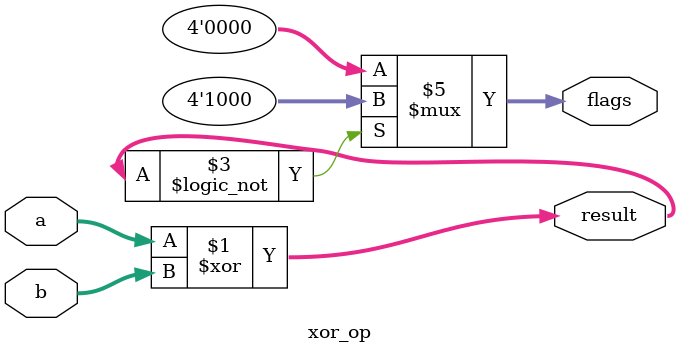
<source format=sv>
module xor_op #(parameter N=32)
(
  input logic [N-1:0] a,
  input logic [N-1:0] b,
  output logic [N-1:0] result,
  output logic [3:0] flags
);

  assign result = a ^ b;
  
  //definimos el orden de los flags como (Z)(N)(C)(V)
  
  always @(result)
    begin
      if(result == 32'd0)
	     flags=4'b1000;
	   else
	     flags=4'b0000;
    end
endmodule 
</source>
